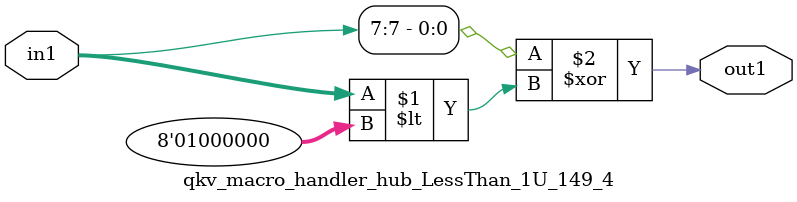
<source format=v>

`timescale 1ps / 1ps


module qkv_macro_handler_hub_LessThan_1U_149_4( in1, out1 );

    input [7:0] in1;
    output out1;

    
    // rtl_process:qkv_macro_handler_hub_LessThan_1U_149_4/qkv_macro_handler_hub_LessThan_1U_149_4_thread_1
    assign out1 = (in1[7] ^ in1 < 8'd064);

endmodule



</source>
